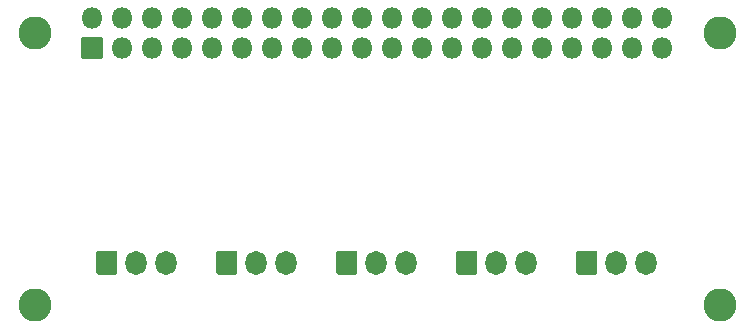
<source format=gbr>
G04 #@! TF.GenerationSoftware,KiCad,Pcbnew,(5.1.9)-1*
G04 #@! TF.CreationDate,2021-01-27T19:03:13-08:00*
G04 #@! TF.ProjectId,DRR HAT,44525220-4841-4542-9e6b-696361645f70,1.0*
G04 #@! TF.SameCoordinates,Original*
G04 #@! TF.FileFunction,Soldermask,Top*
G04 #@! TF.FilePolarity,Negative*
%FSLAX46Y46*%
G04 Gerber Fmt 4.6, Leading zero omitted, Abs format (unit mm)*
G04 Created by KiCad (PCBNEW (5.1.9)-1) date 2021-01-27 19:03:13*
%MOMM*%
%LPD*%
G01*
G04 APERTURE LIST*
%ADD10O,1.802000X1.802000*%
%ADD11C,2.802000*%
%ADD12O,1.802000X2.052000*%
%ADD13C,0.100000*%
G04 APERTURE END LIST*
G36*
G01*
X125052000Y-94937000D02*
X126752000Y-94937000D01*
G75*
G02*
X126803000Y-94988000I0J-51000D01*
G01*
X126803000Y-96688000D01*
G75*
G02*
X126752000Y-96739000I-51000J0D01*
G01*
X125052000Y-96739000D01*
G75*
G02*
X125001000Y-96688000I0J51000D01*
G01*
X125001000Y-94988000D01*
G75*
G02*
X125052000Y-94937000I51000J0D01*
G01*
G37*
D10*
X125902000Y-93298000D03*
X128442000Y-95838000D03*
X128442000Y-93298000D03*
X130982000Y-95838000D03*
X130982000Y-93298000D03*
X133522000Y-95838000D03*
X133522000Y-93298000D03*
X136062000Y-95838000D03*
X136062000Y-93298000D03*
X138602000Y-95838000D03*
X138602000Y-93298000D03*
X141142000Y-95838000D03*
X141142000Y-93298000D03*
X143682000Y-95838000D03*
X143682000Y-93298000D03*
X146222000Y-95838000D03*
X146222000Y-93298000D03*
X148762000Y-95838000D03*
X148762000Y-93298000D03*
X151302000Y-95838000D03*
X151302000Y-93298000D03*
X153842000Y-95838000D03*
X153842000Y-93298000D03*
X156382000Y-95838000D03*
X156382000Y-93298000D03*
X158922000Y-95838000D03*
X158922000Y-93298000D03*
X161462000Y-95838000D03*
X161462000Y-93298000D03*
X164002000Y-95838000D03*
X164002000Y-93298000D03*
X166542000Y-95838000D03*
X166542000Y-93298000D03*
X169082000Y-95838000D03*
X169082000Y-93298000D03*
X171622000Y-95838000D03*
X171622000Y-93298000D03*
X174162000Y-95838000D03*
X174162000Y-93298000D03*
D11*
X121032000Y-94568000D03*
X179032000Y-94568000D03*
X179032000Y-117568000D03*
X121032000Y-117568000D03*
G36*
G01*
X126252400Y-114810800D02*
X126252400Y-113288800D01*
G75*
G02*
X126517400Y-113023800I265000J0D01*
G01*
X127789400Y-113023800D01*
G75*
G02*
X128054400Y-113288800I0J-265000D01*
G01*
X128054400Y-114810800D01*
G75*
G02*
X127789400Y-115075800I-265000J0D01*
G01*
X126517400Y-115075800D01*
G75*
G02*
X126252400Y-114810800I0J265000D01*
G01*
G37*
D12*
X129653400Y-114049800D03*
X132153400Y-114049800D03*
X142313400Y-114049800D03*
X139813400Y-114049800D03*
G36*
G01*
X136412400Y-114810800D02*
X136412400Y-113288800D01*
G75*
G02*
X136677400Y-113023800I265000J0D01*
G01*
X137949400Y-113023800D01*
G75*
G02*
X138214400Y-113288800I0J-265000D01*
G01*
X138214400Y-114810800D01*
G75*
G02*
X137949400Y-115075800I-265000J0D01*
G01*
X136677400Y-115075800D01*
G75*
G02*
X136412400Y-114810800I0J265000D01*
G01*
G37*
G36*
G01*
X146572400Y-114810800D02*
X146572400Y-113288800D01*
G75*
G02*
X146837400Y-113023800I265000J0D01*
G01*
X148109400Y-113023800D01*
G75*
G02*
X148374400Y-113288800I0J-265000D01*
G01*
X148374400Y-114810800D01*
G75*
G02*
X148109400Y-115075800I-265000J0D01*
G01*
X146837400Y-115075800D01*
G75*
G02*
X146572400Y-114810800I0J265000D01*
G01*
G37*
X149973400Y-114049800D03*
X152473400Y-114049800D03*
G36*
G01*
X156732400Y-114810800D02*
X156732400Y-113288800D01*
G75*
G02*
X156997400Y-113023800I265000J0D01*
G01*
X158269400Y-113023800D01*
G75*
G02*
X158534400Y-113288800I0J-265000D01*
G01*
X158534400Y-114810800D01*
G75*
G02*
X158269400Y-115075800I-265000J0D01*
G01*
X156997400Y-115075800D01*
G75*
G02*
X156732400Y-114810800I0J265000D01*
G01*
G37*
X160133400Y-114049800D03*
X162633400Y-114049800D03*
X172793400Y-114049800D03*
X170293400Y-114049800D03*
G36*
G01*
X166892400Y-114810800D02*
X166892400Y-113288800D01*
G75*
G02*
X167157400Y-113023800I265000J0D01*
G01*
X168429400Y-113023800D01*
G75*
G02*
X168694400Y-113288800I0J-265000D01*
G01*
X168694400Y-114810800D01*
G75*
G02*
X168429400Y-115075800I-265000J0D01*
G01*
X167157400Y-115075800D01*
G75*
G02*
X166892400Y-114810800I0J265000D01*
G01*
G37*
D13*
G36*
X158535565Y-114809174D02*
G01*
X158536400Y-114810800D01*
X158536400Y-114892897D01*
X158536390Y-114893093D01*
X158532401Y-114933596D01*
X158532325Y-114933981D01*
X158522299Y-114967033D01*
X158522149Y-114967395D01*
X158505872Y-114997846D01*
X158505654Y-114998172D01*
X158483745Y-115024868D01*
X158483468Y-115025145D01*
X158456772Y-115047054D01*
X158456446Y-115047272D01*
X158425995Y-115063549D01*
X158425633Y-115063699D01*
X158392581Y-115073725D01*
X158392196Y-115073801D01*
X158351693Y-115077790D01*
X158351497Y-115077800D01*
X158269400Y-115077800D01*
X158267668Y-115076800D01*
X158267668Y-115074800D01*
X158269204Y-115073810D01*
X158320704Y-115068738D01*
X158370042Y-115053771D01*
X158415510Y-115029468D01*
X158455362Y-114996762D01*
X158488068Y-114956910D01*
X158512371Y-114911442D01*
X158527338Y-114862104D01*
X158532410Y-114810604D01*
X158533575Y-114808978D01*
X158535565Y-114809174D01*
G37*
G36*
X148375565Y-114809174D02*
G01*
X148376400Y-114810800D01*
X148376400Y-114892897D01*
X148376390Y-114893093D01*
X148372401Y-114933596D01*
X148372325Y-114933981D01*
X148362299Y-114967033D01*
X148362149Y-114967395D01*
X148345872Y-114997846D01*
X148345654Y-114998172D01*
X148323745Y-115024868D01*
X148323468Y-115025145D01*
X148296772Y-115047054D01*
X148296446Y-115047272D01*
X148265995Y-115063549D01*
X148265633Y-115063699D01*
X148232581Y-115073725D01*
X148232196Y-115073801D01*
X148191693Y-115077790D01*
X148191497Y-115077800D01*
X148109400Y-115077800D01*
X148107668Y-115076800D01*
X148107668Y-115074800D01*
X148109204Y-115073810D01*
X148160704Y-115068738D01*
X148210042Y-115053771D01*
X148255510Y-115029468D01*
X148295362Y-114996762D01*
X148328068Y-114956910D01*
X148352371Y-114911442D01*
X148367338Y-114862104D01*
X148372410Y-114810604D01*
X148373575Y-114808978D01*
X148375565Y-114809174D01*
G37*
G36*
X138215565Y-114809174D02*
G01*
X138216400Y-114810800D01*
X138216400Y-114892897D01*
X138216390Y-114893093D01*
X138212401Y-114933596D01*
X138212325Y-114933981D01*
X138202299Y-114967033D01*
X138202149Y-114967395D01*
X138185872Y-114997846D01*
X138185654Y-114998172D01*
X138163745Y-115024868D01*
X138163468Y-115025145D01*
X138136772Y-115047054D01*
X138136446Y-115047272D01*
X138105995Y-115063549D01*
X138105633Y-115063699D01*
X138072581Y-115073725D01*
X138072196Y-115073801D01*
X138031693Y-115077790D01*
X138031497Y-115077800D01*
X137949400Y-115077800D01*
X137947668Y-115076800D01*
X137947668Y-115074800D01*
X137949204Y-115073810D01*
X138000704Y-115068738D01*
X138050042Y-115053771D01*
X138095510Y-115029468D01*
X138135362Y-114996762D01*
X138168068Y-114956910D01*
X138192371Y-114911442D01*
X138207338Y-114862104D01*
X138212410Y-114810604D01*
X138213575Y-114808978D01*
X138215565Y-114809174D01*
G37*
G36*
X166894390Y-114810604D02*
G01*
X166899462Y-114862104D01*
X166914429Y-114911442D01*
X166938732Y-114956910D01*
X166971438Y-114996762D01*
X167011290Y-115029468D01*
X167056758Y-115053771D01*
X167106096Y-115068738D01*
X167157596Y-115073810D01*
X167159222Y-115074975D01*
X167159026Y-115076965D01*
X167157400Y-115077800D01*
X167075303Y-115077800D01*
X167075107Y-115077790D01*
X167034604Y-115073801D01*
X167034219Y-115073725D01*
X167001167Y-115063699D01*
X167000805Y-115063549D01*
X166970354Y-115047272D01*
X166970028Y-115047054D01*
X166943332Y-115025145D01*
X166943055Y-115024868D01*
X166921146Y-114998172D01*
X166920928Y-114997846D01*
X166904651Y-114967395D01*
X166904501Y-114967033D01*
X166894475Y-114933981D01*
X166894399Y-114933596D01*
X166890410Y-114893093D01*
X166890400Y-114892897D01*
X166890400Y-114810800D01*
X166891400Y-114809068D01*
X166893400Y-114809068D01*
X166894390Y-114810604D01*
G37*
G36*
X128055565Y-114809174D02*
G01*
X128056400Y-114810800D01*
X128056400Y-114892897D01*
X128056390Y-114893093D01*
X128052401Y-114933596D01*
X128052325Y-114933981D01*
X128042299Y-114967033D01*
X128042149Y-114967395D01*
X128025872Y-114997846D01*
X128025654Y-114998172D01*
X128003745Y-115024868D01*
X128003468Y-115025145D01*
X127976772Y-115047054D01*
X127976446Y-115047272D01*
X127945995Y-115063549D01*
X127945633Y-115063699D01*
X127912581Y-115073725D01*
X127912196Y-115073801D01*
X127871693Y-115077790D01*
X127871497Y-115077800D01*
X127789400Y-115077800D01*
X127787668Y-115076800D01*
X127787668Y-115074800D01*
X127789204Y-115073810D01*
X127840704Y-115068738D01*
X127890042Y-115053771D01*
X127935510Y-115029468D01*
X127975362Y-114996762D01*
X128008068Y-114956910D01*
X128032371Y-114911442D01*
X128047338Y-114862104D01*
X128052410Y-114810604D01*
X128053575Y-114808978D01*
X128055565Y-114809174D01*
G37*
G36*
X168695565Y-114809174D02*
G01*
X168696400Y-114810800D01*
X168696400Y-114892897D01*
X168696390Y-114893093D01*
X168692401Y-114933596D01*
X168692325Y-114933981D01*
X168682299Y-114967033D01*
X168682149Y-114967395D01*
X168665872Y-114997846D01*
X168665654Y-114998172D01*
X168643745Y-115024868D01*
X168643468Y-115025145D01*
X168616772Y-115047054D01*
X168616446Y-115047272D01*
X168585995Y-115063549D01*
X168585633Y-115063699D01*
X168552581Y-115073725D01*
X168552196Y-115073801D01*
X168511693Y-115077790D01*
X168511497Y-115077800D01*
X168429400Y-115077800D01*
X168427668Y-115076800D01*
X168427668Y-115074800D01*
X168429204Y-115073810D01*
X168480704Y-115068738D01*
X168530042Y-115053771D01*
X168575510Y-115029468D01*
X168615362Y-114996762D01*
X168648068Y-114956910D01*
X168672371Y-114911442D01*
X168687338Y-114862104D01*
X168692410Y-114810604D01*
X168693575Y-114808978D01*
X168695565Y-114809174D01*
G37*
G36*
X136414390Y-114810604D02*
G01*
X136419462Y-114862104D01*
X136434429Y-114911442D01*
X136458732Y-114956910D01*
X136491438Y-114996762D01*
X136531290Y-115029468D01*
X136576758Y-115053771D01*
X136626096Y-115068738D01*
X136677596Y-115073810D01*
X136679222Y-115074975D01*
X136679026Y-115076965D01*
X136677400Y-115077800D01*
X136595303Y-115077800D01*
X136595107Y-115077790D01*
X136554604Y-115073801D01*
X136554219Y-115073725D01*
X136521167Y-115063699D01*
X136520805Y-115063549D01*
X136490354Y-115047272D01*
X136490028Y-115047054D01*
X136463332Y-115025145D01*
X136463055Y-115024868D01*
X136441146Y-114998172D01*
X136440928Y-114997846D01*
X136424651Y-114967395D01*
X136424501Y-114967033D01*
X136414475Y-114933981D01*
X136414399Y-114933596D01*
X136410410Y-114893093D01*
X136410400Y-114892897D01*
X136410400Y-114810800D01*
X136411400Y-114809068D01*
X136413400Y-114809068D01*
X136414390Y-114810604D01*
G37*
G36*
X146574390Y-114810604D02*
G01*
X146579462Y-114862104D01*
X146594429Y-114911442D01*
X146618732Y-114956910D01*
X146651438Y-114996762D01*
X146691290Y-115029468D01*
X146736758Y-115053771D01*
X146786096Y-115068738D01*
X146837596Y-115073810D01*
X146839222Y-115074975D01*
X146839026Y-115076965D01*
X146837400Y-115077800D01*
X146755303Y-115077800D01*
X146755107Y-115077790D01*
X146714604Y-115073801D01*
X146714219Y-115073725D01*
X146681167Y-115063699D01*
X146680805Y-115063549D01*
X146650354Y-115047272D01*
X146650028Y-115047054D01*
X146623332Y-115025145D01*
X146623055Y-115024868D01*
X146601146Y-114998172D01*
X146600928Y-114997846D01*
X146584651Y-114967395D01*
X146584501Y-114967033D01*
X146574475Y-114933981D01*
X146574399Y-114933596D01*
X146570410Y-114893093D01*
X146570400Y-114892897D01*
X146570400Y-114810800D01*
X146571400Y-114809068D01*
X146573400Y-114809068D01*
X146574390Y-114810604D01*
G37*
G36*
X156734390Y-114810604D02*
G01*
X156739462Y-114862104D01*
X156754429Y-114911442D01*
X156778732Y-114956910D01*
X156811438Y-114996762D01*
X156851290Y-115029468D01*
X156896758Y-115053771D01*
X156946096Y-115068738D01*
X156997596Y-115073810D01*
X156999222Y-115074975D01*
X156999026Y-115076965D01*
X156997400Y-115077800D01*
X156915303Y-115077800D01*
X156915107Y-115077790D01*
X156874604Y-115073801D01*
X156874219Y-115073725D01*
X156841167Y-115063699D01*
X156840805Y-115063549D01*
X156810354Y-115047272D01*
X156810028Y-115047054D01*
X156783332Y-115025145D01*
X156783055Y-115024868D01*
X156761146Y-114998172D01*
X156760928Y-114997846D01*
X156744651Y-114967395D01*
X156744501Y-114967033D01*
X156734475Y-114933981D01*
X156734399Y-114933596D01*
X156730410Y-114893093D01*
X156730400Y-114892897D01*
X156730400Y-114810800D01*
X156731400Y-114809068D01*
X156733400Y-114809068D01*
X156734390Y-114810604D01*
G37*
G36*
X126254390Y-114810604D02*
G01*
X126259462Y-114862104D01*
X126274429Y-114911442D01*
X126298732Y-114956910D01*
X126331438Y-114996762D01*
X126371290Y-115029468D01*
X126416758Y-115053771D01*
X126466096Y-115068738D01*
X126517596Y-115073810D01*
X126519222Y-115074975D01*
X126519026Y-115076965D01*
X126517400Y-115077800D01*
X126435303Y-115077800D01*
X126435107Y-115077790D01*
X126394604Y-115073801D01*
X126394219Y-115073725D01*
X126361167Y-115063699D01*
X126360805Y-115063549D01*
X126330354Y-115047272D01*
X126330028Y-115047054D01*
X126303332Y-115025145D01*
X126303055Y-115024868D01*
X126281146Y-114998172D01*
X126280928Y-114997846D01*
X126264651Y-114967395D01*
X126264501Y-114967033D01*
X126254475Y-114933981D01*
X126254399Y-114933596D01*
X126250410Y-114893093D01*
X126250400Y-114892897D01*
X126250400Y-114810800D01*
X126251400Y-114809068D01*
X126253400Y-114809068D01*
X126254390Y-114810604D01*
G37*
G36*
X126519132Y-113022800D02*
G01*
X126519132Y-113024800D01*
X126517596Y-113025790D01*
X126466096Y-113030862D01*
X126416758Y-113045829D01*
X126371290Y-113070132D01*
X126331438Y-113102838D01*
X126298732Y-113142690D01*
X126274429Y-113188158D01*
X126259462Y-113237496D01*
X126254390Y-113288996D01*
X126253225Y-113290622D01*
X126251235Y-113290426D01*
X126250400Y-113288800D01*
X126250400Y-113206703D01*
X126250410Y-113206507D01*
X126254399Y-113166004D01*
X126254475Y-113165619D01*
X126264501Y-113132567D01*
X126264651Y-113132205D01*
X126280928Y-113101754D01*
X126281146Y-113101428D01*
X126303055Y-113074732D01*
X126303332Y-113074455D01*
X126330028Y-113052546D01*
X126330354Y-113052328D01*
X126360805Y-113036051D01*
X126361167Y-113035901D01*
X126394219Y-113025875D01*
X126394604Y-113025799D01*
X126435107Y-113021810D01*
X126435303Y-113021800D01*
X126517400Y-113021800D01*
X126519132Y-113022800D01*
G37*
G36*
X167159132Y-113022800D02*
G01*
X167159132Y-113024800D01*
X167157596Y-113025790D01*
X167106096Y-113030862D01*
X167056758Y-113045829D01*
X167011290Y-113070132D01*
X166971438Y-113102838D01*
X166938732Y-113142690D01*
X166914429Y-113188158D01*
X166899462Y-113237496D01*
X166894390Y-113288996D01*
X166893225Y-113290622D01*
X166891235Y-113290426D01*
X166890400Y-113288800D01*
X166890400Y-113206703D01*
X166890410Y-113206507D01*
X166894399Y-113166004D01*
X166894475Y-113165619D01*
X166904501Y-113132567D01*
X166904651Y-113132205D01*
X166920928Y-113101754D01*
X166921146Y-113101428D01*
X166943055Y-113074732D01*
X166943332Y-113074455D01*
X166970028Y-113052546D01*
X166970354Y-113052328D01*
X167000805Y-113036051D01*
X167001167Y-113035901D01*
X167034219Y-113025875D01*
X167034604Y-113025799D01*
X167075107Y-113021810D01*
X167075303Y-113021800D01*
X167157400Y-113021800D01*
X167159132Y-113022800D01*
G37*
G36*
X146839132Y-113022800D02*
G01*
X146839132Y-113024800D01*
X146837596Y-113025790D01*
X146786096Y-113030862D01*
X146736758Y-113045829D01*
X146691290Y-113070132D01*
X146651438Y-113102838D01*
X146618732Y-113142690D01*
X146594429Y-113188158D01*
X146579462Y-113237496D01*
X146574390Y-113288996D01*
X146573225Y-113290622D01*
X146571235Y-113290426D01*
X146570400Y-113288800D01*
X146570400Y-113206703D01*
X146570410Y-113206507D01*
X146574399Y-113166004D01*
X146574475Y-113165619D01*
X146584501Y-113132567D01*
X146584651Y-113132205D01*
X146600928Y-113101754D01*
X146601146Y-113101428D01*
X146623055Y-113074732D01*
X146623332Y-113074455D01*
X146650028Y-113052546D01*
X146650354Y-113052328D01*
X146680805Y-113036051D01*
X146681167Y-113035901D01*
X146714219Y-113025875D01*
X146714604Y-113025799D01*
X146755107Y-113021810D01*
X146755303Y-113021800D01*
X146837400Y-113021800D01*
X146839132Y-113022800D01*
G37*
G36*
X156999132Y-113022800D02*
G01*
X156999132Y-113024800D01*
X156997596Y-113025790D01*
X156946096Y-113030862D01*
X156896758Y-113045829D01*
X156851290Y-113070132D01*
X156811438Y-113102838D01*
X156778732Y-113142690D01*
X156754429Y-113188158D01*
X156739462Y-113237496D01*
X156734390Y-113288996D01*
X156733225Y-113290622D01*
X156731235Y-113290426D01*
X156730400Y-113288800D01*
X156730400Y-113206703D01*
X156730410Y-113206507D01*
X156734399Y-113166004D01*
X156734475Y-113165619D01*
X156744501Y-113132567D01*
X156744651Y-113132205D01*
X156760928Y-113101754D01*
X156761146Y-113101428D01*
X156783055Y-113074732D01*
X156783332Y-113074455D01*
X156810028Y-113052546D01*
X156810354Y-113052328D01*
X156840805Y-113036051D01*
X156841167Y-113035901D01*
X156874219Y-113025875D01*
X156874604Y-113025799D01*
X156915107Y-113021810D01*
X156915303Y-113021800D01*
X156997400Y-113021800D01*
X156999132Y-113022800D01*
G37*
G36*
X136679132Y-113022800D02*
G01*
X136679132Y-113024800D01*
X136677596Y-113025790D01*
X136626096Y-113030862D01*
X136576758Y-113045829D01*
X136531290Y-113070132D01*
X136491438Y-113102838D01*
X136458732Y-113142690D01*
X136434429Y-113188158D01*
X136419462Y-113237496D01*
X136414390Y-113288996D01*
X136413225Y-113290622D01*
X136411235Y-113290426D01*
X136410400Y-113288800D01*
X136410400Y-113206703D01*
X136410410Y-113206507D01*
X136414399Y-113166004D01*
X136414475Y-113165619D01*
X136424501Y-113132567D01*
X136424651Y-113132205D01*
X136440928Y-113101754D01*
X136441146Y-113101428D01*
X136463055Y-113074732D01*
X136463332Y-113074455D01*
X136490028Y-113052546D01*
X136490354Y-113052328D01*
X136520805Y-113036051D01*
X136521167Y-113035901D01*
X136554219Y-113025875D01*
X136554604Y-113025799D01*
X136595107Y-113021810D01*
X136595303Y-113021800D01*
X136677400Y-113021800D01*
X136679132Y-113022800D01*
G37*
G36*
X138031693Y-113021810D02*
G01*
X138072196Y-113025799D01*
X138072581Y-113025875D01*
X138105633Y-113035901D01*
X138105995Y-113036051D01*
X138136446Y-113052328D01*
X138136772Y-113052546D01*
X138163468Y-113074455D01*
X138163745Y-113074732D01*
X138185654Y-113101428D01*
X138185872Y-113101754D01*
X138202149Y-113132205D01*
X138202299Y-113132567D01*
X138212325Y-113165619D01*
X138212401Y-113166004D01*
X138216390Y-113206507D01*
X138216400Y-113206703D01*
X138216400Y-113288800D01*
X138215400Y-113290532D01*
X138213400Y-113290532D01*
X138212410Y-113288996D01*
X138207338Y-113237496D01*
X138192371Y-113188158D01*
X138168068Y-113142690D01*
X138135362Y-113102838D01*
X138095510Y-113070132D01*
X138050042Y-113045829D01*
X138000704Y-113030862D01*
X137949204Y-113025790D01*
X137947578Y-113024625D01*
X137947774Y-113022635D01*
X137949400Y-113021800D01*
X138031497Y-113021800D01*
X138031693Y-113021810D01*
G37*
G36*
X127871693Y-113021810D02*
G01*
X127912196Y-113025799D01*
X127912581Y-113025875D01*
X127945633Y-113035901D01*
X127945995Y-113036051D01*
X127976446Y-113052328D01*
X127976772Y-113052546D01*
X128003468Y-113074455D01*
X128003745Y-113074732D01*
X128025654Y-113101428D01*
X128025872Y-113101754D01*
X128042149Y-113132205D01*
X128042299Y-113132567D01*
X128052325Y-113165619D01*
X128052401Y-113166004D01*
X128056390Y-113206507D01*
X128056400Y-113206703D01*
X128056400Y-113288800D01*
X128055400Y-113290532D01*
X128053400Y-113290532D01*
X128052410Y-113288996D01*
X128047338Y-113237496D01*
X128032371Y-113188158D01*
X128008068Y-113142690D01*
X127975362Y-113102838D01*
X127935510Y-113070132D01*
X127890042Y-113045829D01*
X127840704Y-113030862D01*
X127789204Y-113025790D01*
X127787578Y-113024625D01*
X127787774Y-113022635D01*
X127789400Y-113021800D01*
X127871497Y-113021800D01*
X127871693Y-113021810D01*
G37*
G36*
X158351693Y-113021810D02*
G01*
X158392196Y-113025799D01*
X158392581Y-113025875D01*
X158425633Y-113035901D01*
X158425995Y-113036051D01*
X158456446Y-113052328D01*
X158456772Y-113052546D01*
X158483468Y-113074455D01*
X158483745Y-113074732D01*
X158505654Y-113101428D01*
X158505872Y-113101754D01*
X158522149Y-113132205D01*
X158522299Y-113132567D01*
X158532325Y-113165619D01*
X158532401Y-113166004D01*
X158536390Y-113206507D01*
X158536400Y-113206703D01*
X158536400Y-113288800D01*
X158535400Y-113290532D01*
X158533400Y-113290532D01*
X158532410Y-113288996D01*
X158527338Y-113237496D01*
X158512371Y-113188158D01*
X158488068Y-113142690D01*
X158455362Y-113102838D01*
X158415510Y-113070132D01*
X158370042Y-113045829D01*
X158320704Y-113030862D01*
X158269204Y-113025790D01*
X158267578Y-113024625D01*
X158267774Y-113022635D01*
X158269400Y-113021800D01*
X158351497Y-113021800D01*
X158351693Y-113021810D01*
G37*
G36*
X148191693Y-113021810D02*
G01*
X148232196Y-113025799D01*
X148232581Y-113025875D01*
X148265633Y-113035901D01*
X148265995Y-113036051D01*
X148296446Y-113052328D01*
X148296772Y-113052546D01*
X148323468Y-113074455D01*
X148323745Y-113074732D01*
X148345654Y-113101428D01*
X148345872Y-113101754D01*
X148362149Y-113132205D01*
X148362299Y-113132567D01*
X148372325Y-113165619D01*
X148372401Y-113166004D01*
X148376390Y-113206507D01*
X148376400Y-113206703D01*
X148376400Y-113288800D01*
X148375400Y-113290532D01*
X148373400Y-113290532D01*
X148372410Y-113288996D01*
X148367338Y-113237496D01*
X148352371Y-113188158D01*
X148328068Y-113142690D01*
X148295362Y-113102838D01*
X148255510Y-113070132D01*
X148210042Y-113045829D01*
X148160704Y-113030862D01*
X148109204Y-113025790D01*
X148107578Y-113024625D01*
X148107774Y-113022635D01*
X148109400Y-113021800D01*
X148191497Y-113021800D01*
X148191693Y-113021810D01*
G37*
G36*
X168511693Y-113021810D02*
G01*
X168552196Y-113025799D01*
X168552581Y-113025875D01*
X168585633Y-113035901D01*
X168585995Y-113036051D01*
X168616446Y-113052328D01*
X168616772Y-113052546D01*
X168643468Y-113074455D01*
X168643745Y-113074732D01*
X168665654Y-113101428D01*
X168665872Y-113101754D01*
X168682149Y-113132205D01*
X168682299Y-113132567D01*
X168692325Y-113165619D01*
X168692401Y-113166004D01*
X168696390Y-113206507D01*
X168696400Y-113206703D01*
X168696400Y-113288800D01*
X168695400Y-113290532D01*
X168693400Y-113290532D01*
X168692410Y-113288996D01*
X168687338Y-113237496D01*
X168672371Y-113188158D01*
X168648068Y-113142690D01*
X168615362Y-113102838D01*
X168575510Y-113070132D01*
X168530042Y-113045829D01*
X168480704Y-113030862D01*
X168429204Y-113025790D01*
X168427578Y-113024625D01*
X168427774Y-113022635D01*
X168429400Y-113021800D01*
X168511497Y-113021800D01*
X168511693Y-113021810D01*
G37*
M02*

</source>
